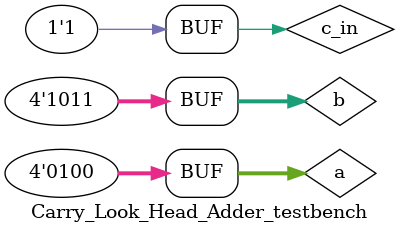
<source format=v>
`timescale 1ns / 1ps
module Carry_Look_Ahead_Adder(sum,cout,a,b,cin);
input [3:0]a,b;
input cin;
output cout;
output [3:0]sum;
wire p0,p1,p2,p3,g0,g1,g2,g3,c1,c2,c3;
assign p0=a[0]^b[0],
p1=a[1]^b[1],
p2=a[2]^b[2],
p3=a[3]^b[3],
g0=a[0]&b[0],
g1=a[1]&b[1],
g2=a[2]&b[2],
g3=a[3]&b[3],
c1=g0|(cin&p0),
c2=g1|(c1&p1),
c3=g2|(c2&p2),
cout=g3|(c3&p3),
sum[0]=p0^cin,
sum[1]=p1^c1,
sum[2]=p2^c2,
sum[3]=p3^c3;
endmodule

/////////////////////////////Carry Look Ahead Adder TESTBENCH BLOCK////////////////////////////////
module Carry_Look_Head_Adder_testbench();
reg [3:0] a,b;
reg c_in;
wire [3:0] sum;
wire c_out;
Carry_Look_Ahead_Adder claa(sum,c_out,a,b,c_in);
initial
begin
 a=4'd2; b=4'd7; c_in=1'b1;
 #5 a=4'd4; b=6'd11; 
 end
endmodule



</source>
